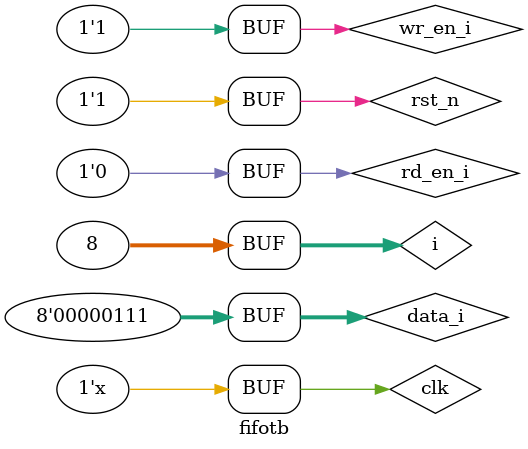
<source format=v>
`timescale 1ns / 1ps
`define clk_period 10

module fifotb();
integer i;
    reg clk;
    reg rst_n;
    //write data
    reg wr_en_i;
    reg [7:0] data_i;
    wire full_o;
    //read data
    reg rd_en_i;
    wire [7:0] data_o;
    wire empty_o;
    
fifo FIFO(
    .clk(clk),
    .rst_n(rst_n),
    //write data
    .wr_en_i(wr_en_i),
    .data_i(data_i),
    .full_o(full_o),
    //read data
    .rd_en_i(rd_en_i),
    .data_o(data_o),
    .empty_o(empty_o)
);

initial clk = 1'b1;
always #(`clk_period/2) clk=~clk;

initial begin
    rst_n=1'b1;
    wr_en_i=1'b0;
    rd_en_i=1'b0;
    data_i= 8'b0;
    #(`clk_period);
    rst_n=1'b0;
    #(`clk_period);
    rst_n=1'b1;
    wr_en_i=1'b1;
    rd_en_i=1'b0;
    for(i=0;i<8;i=i+1)begin
        data_i=i;
        #(`clk_period);
    end
    
    wr_en_i=1'b0;
    rd_en_i=1'b1;
    for(i=0;i<8;i=i+1)begin
        #(`clk_period);
    end
    
    wr_en_i=1'b1;
    rd_en_i=1'b0;
    for(i=0;i<8;i=i+1)begin
        data_i=i;
        #(`clk_period);
    end
    #(`clk_period);
    #(`clk_period);
    #(`clk_period);

    
    
end

endmodule

</source>
